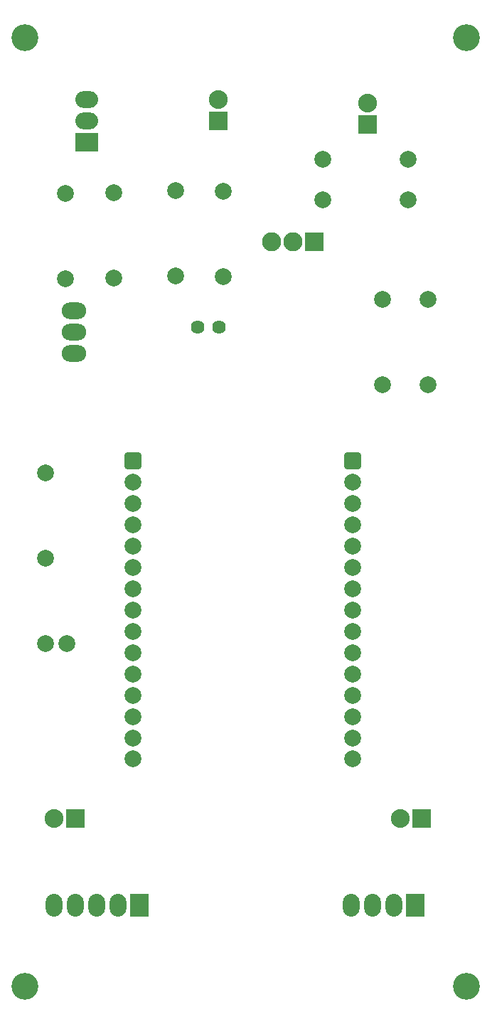
<source format=gbs>
G04*
G04 #@! TF.GenerationSoftware,Altium Limited,Altium Designer,21.0.9 (235)*
G04*
G04 Layer_Color=16711935*
%FSLAX44Y44*%
%MOMM*%
G71*
G04*
G04 #@! TF.SameCoordinates,A5C90C27-E0DC-4246-AD6F-4CBF63F12547*
G04*
G04*
G04 #@! TF.FilePolarity,Negative*
G04*
G01*
G75*
%ADD25C,2.0032*%
%ADD26R,2.2352X2.2352*%
%ADD27C,2.2352*%
%ADD28O,2.7032X2.0032*%
%ADD29R,2.7032X2.2032*%
%ADD30O,2.9032X2.0032*%
%ADD31C,1.6192*%
%ADD32R,2.2732X2.2732*%
%ADD33C,2.2732*%
%ADD34O,2.0032X2.7032*%
G04:AMPARAMS|DCode=35|XSize=2.0032mm|YSize=2.0032mm|CornerRadius=0.3266mm|HoleSize=0mm|Usage=FLASHONLY|Rotation=270.000|XOffset=0mm|YOffset=0mm|HoleType=Round|Shape=RoundedRectangle|*
%AMROUNDEDRECTD35*
21,1,2.0032,1.3500,0,0,270.0*
21,1,1.3500,2.0032,0,0,270.0*
1,1,0.6532,-0.6750,-0.6750*
1,1,0.6532,-0.6750,0.6750*
1,1,0.6532,0.6750,0.6750*
1,1,0.6532,0.6750,-0.6750*
%
%ADD35ROUNDEDRECTD35*%
%ADD36R,2.2352X2.2352*%
%ADD37R,2.2032X2.7032*%
%ADD38C,3.2032*%
D25*
X519430Y854710D02*
D03*
Y753110D02*
D03*
X87630Y878840D02*
D03*
Y980440D02*
D03*
X144780Y880110D02*
D03*
Y981710D02*
D03*
X63500Y647700D02*
D03*
X167510Y484740D02*
D03*
X429260Y637140D02*
D03*
X464820Y753110D02*
D03*
X393700Y1021080D02*
D03*
Y972820D02*
D03*
X218440Y984250D02*
D03*
X63500Y546100D02*
D03*
Y444499D02*
D03*
X275590Y881380D02*
D03*
X429260Y332340D02*
D03*
X167510D02*
D03*
X495300Y972820D02*
D03*
X88900Y444501D02*
D03*
X275590Y982980D02*
D03*
X429260Y357740D02*
D03*
X495300Y1021080D02*
D03*
X218440Y882650D02*
D03*
X167510Y459340D02*
D03*
X429260Y307340D02*
D03*
X464820Y854710D02*
D03*
X167510Y307340D02*
D03*
X429260Y611740D02*
D03*
Y586340D02*
D03*
Y560940D02*
D03*
Y510140D02*
D03*
Y484740D02*
D03*
Y459340D02*
D03*
Y433940D02*
D03*
Y383140D02*
D03*
Y408540D02*
D03*
Y535540D02*
D03*
X167510Y637140D02*
D03*
Y611740D02*
D03*
Y586340D02*
D03*
Y560940D02*
D03*
Y510140D02*
D03*
Y433940D02*
D03*
Y357740D02*
D03*
Y383140D02*
D03*
Y408540D02*
D03*
Y535540D02*
D03*
D26*
X269240Y1066800D02*
D03*
X447040Y1062990D02*
D03*
D27*
X269240Y1092200D02*
D03*
X447040Y1088390D02*
D03*
X73660Y236220D02*
D03*
X486410D02*
D03*
D28*
X113030Y1066800D02*
D03*
Y1092200D02*
D03*
D29*
Y1041400D02*
D03*
D30*
X97790Y840740D02*
D03*
Y815340D02*
D03*
Y789940D02*
D03*
D31*
X245110Y821690D02*
D03*
X270510D02*
D03*
D32*
X383540Y923290D02*
D03*
D33*
X358140D02*
D03*
X332740D02*
D03*
D34*
X453390Y133350D02*
D03*
X478790D02*
D03*
X149860D02*
D03*
X427990D02*
D03*
X73660D02*
D03*
X99060D02*
D03*
X124460D02*
D03*
D35*
X429260Y662540D02*
D03*
X167510D02*
D03*
D36*
X99060Y236220D02*
D03*
X511810D02*
D03*
D37*
X175260Y133350D02*
D03*
X504190D02*
D03*
D38*
X39370Y1165860D02*
D03*
Y36830D02*
D03*
X565150D02*
D03*
Y1165860D02*
D03*
M02*

</source>
